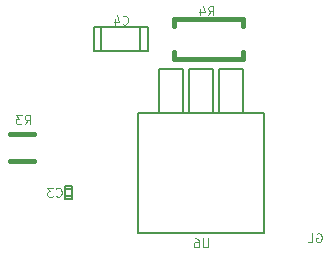
<source format=gbo>
%FSLAX34Y34*%
G04 Gerber Fmt 3.4, Leading zero omitted, Abs format*
G04 (created by PCBNEW (2014-01-25 BZR 4633)-product) date Thu 30 Jan 2014 08:02:40 PM EST*
%MOIN*%
G01*
G70*
G90*
G04 APERTURE LIST*
%ADD10C,0.005906*%
%ADD11C,0.003000*%
%ADD12C,0.005000*%
%ADD13C,0.015000*%
G04 APERTURE END LIST*
G54D10*
G54D11*
X79722Y-49220D02*
X79751Y-49205D01*
X79794Y-49205D01*
X79837Y-49220D01*
X79865Y-49248D01*
X79879Y-49277D01*
X79894Y-49334D01*
X79894Y-49377D01*
X79879Y-49434D01*
X79865Y-49462D01*
X79837Y-49491D01*
X79794Y-49505D01*
X79765Y-49505D01*
X79722Y-49491D01*
X79708Y-49477D01*
X79708Y-49377D01*
X79765Y-49377D01*
X79437Y-49505D02*
X79579Y-49505D01*
X79579Y-49205D01*
G54D12*
X71340Y-47980D02*
X71560Y-47980D01*
X71340Y-47720D02*
X71560Y-47720D01*
X71340Y-47640D02*
X71560Y-47640D01*
X71560Y-47640D02*
X71560Y-48060D01*
X71560Y-48060D02*
X71340Y-48060D01*
X71340Y-48060D02*
X71340Y-47640D01*
X73840Y-42340D02*
X73840Y-43140D01*
X72540Y-42340D02*
X72540Y-43140D01*
X74090Y-42340D02*
X74090Y-43140D01*
X74090Y-43140D02*
X72290Y-43140D01*
X72290Y-43140D02*
X72290Y-42340D01*
X72290Y-42340D02*
X74090Y-42340D01*
G54D13*
X69900Y-46800D02*
X69500Y-46800D01*
X69900Y-46800D02*
X70300Y-46800D01*
X69900Y-45900D02*
X69500Y-45900D01*
X69900Y-45900D02*
X70300Y-45900D01*
X74968Y-42317D02*
X74968Y-42081D01*
X74968Y-42081D02*
X77252Y-42081D01*
X77252Y-42081D02*
X77252Y-42317D01*
X77252Y-43183D02*
X77252Y-43419D01*
X77252Y-43419D02*
X74968Y-43419D01*
X74968Y-43419D02*
X74968Y-43183D01*
G54D12*
X76450Y-45190D02*
X76450Y-43740D01*
X76450Y-43740D02*
X77250Y-43740D01*
X77250Y-43740D02*
X77250Y-45190D01*
X75450Y-45190D02*
X75450Y-43740D01*
X75450Y-43740D02*
X76250Y-43740D01*
X76250Y-43740D02*
X76250Y-45190D01*
X74450Y-45190D02*
X74450Y-43740D01*
X74450Y-43740D02*
X75250Y-43740D01*
X75250Y-43740D02*
X75250Y-45190D01*
X73750Y-45190D02*
X77950Y-45190D01*
X77950Y-45190D02*
X77950Y-49190D01*
X77950Y-49190D02*
X73750Y-49190D01*
X73750Y-49190D02*
X73750Y-45190D01*
G54D11*
X71030Y-47967D02*
X71044Y-47981D01*
X71087Y-47995D01*
X71115Y-47995D01*
X71158Y-47981D01*
X71187Y-47952D01*
X71201Y-47924D01*
X71215Y-47867D01*
X71215Y-47824D01*
X71201Y-47767D01*
X71187Y-47738D01*
X71158Y-47710D01*
X71115Y-47695D01*
X71087Y-47695D01*
X71044Y-47710D01*
X71030Y-47724D01*
X70930Y-47695D02*
X70744Y-47695D01*
X70844Y-47810D01*
X70801Y-47810D01*
X70772Y-47824D01*
X70758Y-47838D01*
X70744Y-47867D01*
X70744Y-47938D01*
X70758Y-47967D01*
X70772Y-47981D01*
X70801Y-47995D01*
X70887Y-47995D01*
X70915Y-47981D01*
X70930Y-47967D01*
X73250Y-42227D02*
X73264Y-42241D01*
X73307Y-42255D01*
X73335Y-42255D01*
X73378Y-42241D01*
X73407Y-42212D01*
X73421Y-42184D01*
X73435Y-42127D01*
X73435Y-42084D01*
X73421Y-42027D01*
X73407Y-41998D01*
X73378Y-41970D01*
X73335Y-41955D01*
X73307Y-41955D01*
X73264Y-41970D01*
X73250Y-41984D01*
X72992Y-42055D02*
X72992Y-42255D01*
X73064Y-41941D02*
X73135Y-42155D01*
X72950Y-42155D01*
X69980Y-45575D02*
X70080Y-45432D01*
X70151Y-45575D02*
X70151Y-45275D01*
X70037Y-45275D01*
X70008Y-45290D01*
X69994Y-45304D01*
X69980Y-45332D01*
X69980Y-45375D01*
X69994Y-45404D01*
X70008Y-45418D01*
X70037Y-45432D01*
X70151Y-45432D01*
X69880Y-45275D02*
X69694Y-45275D01*
X69794Y-45390D01*
X69751Y-45390D01*
X69722Y-45404D01*
X69708Y-45418D01*
X69694Y-45447D01*
X69694Y-45518D01*
X69708Y-45547D01*
X69722Y-45561D01*
X69751Y-45575D01*
X69837Y-45575D01*
X69865Y-45561D01*
X69880Y-45547D01*
X76100Y-41945D02*
X76200Y-41802D01*
X76271Y-41945D02*
X76271Y-41645D01*
X76157Y-41645D01*
X76128Y-41660D01*
X76114Y-41674D01*
X76100Y-41702D01*
X76100Y-41745D01*
X76114Y-41774D01*
X76128Y-41788D01*
X76157Y-41802D01*
X76271Y-41802D01*
X75842Y-41745D02*
X75842Y-41945D01*
X75914Y-41631D02*
X75985Y-41845D01*
X75800Y-41845D01*
X76098Y-49385D02*
X76098Y-49628D01*
X76084Y-49657D01*
X76070Y-49671D01*
X76041Y-49685D01*
X75984Y-49685D01*
X75955Y-49671D01*
X75941Y-49657D01*
X75927Y-49628D01*
X75927Y-49385D01*
X75655Y-49385D02*
X75712Y-49385D01*
X75741Y-49400D01*
X75755Y-49414D01*
X75784Y-49457D01*
X75798Y-49514D01*
X75798Y-49628D01*
X75784Y-49657D01*
X75770Y-49671D01*
X75741Y-49685D01*
X75684Y-49685D01*
X75655Y-49671D01*
X75641Y-49657D01*
X75627Y-49628D01*
X75627Y-49557D01*
X75641Y-49528D01*
X75655Y-49514D01*
X75684Y-49500D01*
X75741Y-49500D01*
X75770Y-49514D01*
X75784Y-49528D01*
X75798Y-49557D01*
M02*

</source>
